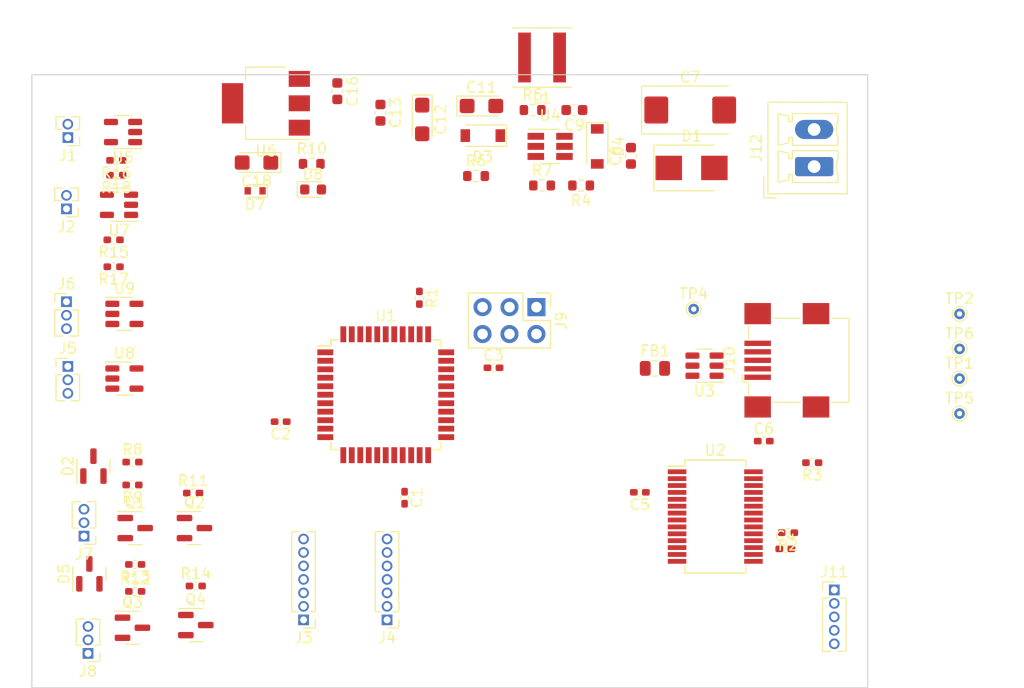
<source format=kicad_pcb>
(kicad_pcb (version 20211014) (generator pcbnew)
  (layers (0 "F.Cu" signal) (31 "B.Cu" signal) (34 "B.Paste" user) (35 "F.Paste" user) (36 "B.SilkS" user "B.Silkscreen") (37 "F.SilkS" user "F.Silkscreen") (38 "B.Mask" user) (39 "F.Mask" user) (44 "Edge.Cuts" user))
  (net 0 "")
  (net 1 "Net-(C4-Pad1)")
  (net 2 "Net-(C6-Pad1)")
  (net 3 "+12V")
  (net 4 "+3.3V")
  (net 5 "+5VP")
  (net 6 "/plug USB power")
  (net 9 "/Optical Flow 1 CS")
  (net 10 "/Optical Flow 1 SCK")
  (net 11 "/Optical Flow 2 CS")
  (net 12 "/Optical Flow 2 SCK")
  (net 13 "/reward_valve_1")
  (net 14 "/reward_valve_2")
  (net 15 "/PDI_DATA")
  (net 18 "/PDI_CLK")
  (net 19 "/harp H1 board Tx")
  (net 20 "Net-(R2-Pad2)")
  (net 23 "/FTDI_TXD")
  (net 25 "/FTDI_RTS")
  (net 26 "/FTDI_RXD")
  (net 30 "/FTDI_CTS")
  (net 34 "/USB D+")
  (net 35 "/USB D-")
  (net 40 "/plug USB D-")
  (net 41 "Net-(Q1-Pad1)")
  (net 42 "Net-(C7-Pad1)")
  (net 43 "Net-(C9-Pad1)")
  (net 44 "Net-(C9-Pad2)")
  (net 45 "+5V")
  (net 46 "+3V3")
  (net 47 "Net-(D3-Pad1)")
  (net 48 "Net-(D8-Pad2)")
  (net 49 "Net-(R4-Pad2)")
  (net 50 "Net-(R6-Pad2)")
  (net 52 "/harp H1 board Rx")
  (net 53 "/harp H1 Clock In")
  (net 54 "/Optical Flow 1 MOSI")
  (net 55 "/Optical Flow 1 MISO")
  (net 56 "/Optical Flow 1 INT")
  (net 57 "/Optical Flow 2 MOSI")
  (net 58 "/Optical Flow 2 MISO")
  (net 59 "/Optical Flow 2 INT")
  (net 62 "/plug USB D+")
  (net 63 "Net-(Q2-Pad3)")
  (net 64 "Net-(Q3-Pad1)")
  (net 65 "/u_reward_valve_1")
  (net 66 "Net-(Q4-Pad3)")
  (net 67 "/u_reward_valve_2")
  (net 69 "GND")
  (net 70 "/u_Cam1_trigger")
  (net 71 "/u_Cam2_trigger")
  (net 77 "/u_Optical Flow 2 CS")
  (net 78 "/u_Optical Flow 2 MOSI")
  (net 79 "/u_Optical Flow 2 MISO")
  (net 80 "/u_Optical Flow 2 SCK")
  (net 81 "/u_Optical Flow 1 INT")
  (net 82 "/u_Optical Flow 2 INT")
  (net 83 "/u_Optical Flow 1 CS")
  (net 84 "/u_Optical Flow 1 MOSI")
  (net 85 "/u_Optical Flow 1 MISO")
  (net 86 "/u_Optical Flow 1 SCK")
  (net 90 "/u_Lick_port_1")
  (net 91 "/u_Lick_port_2")
  (net 95 "/u_Lick_port_")
  (net 96 "VCC")
  (net 97 "Net-(J10-Pad6)")
  (net 98 "/u_harp H1 Clock In")
  (net 99 "/u_harp H1 board Rx")
  (net 100 "/u_harp H1 board Tx")
  (net 101 "/Lick_port_1_in")
  (net 102 "/Lick_port_2_in")
  (net 103 "/reward_valve_1_out")
  (net 104 "/reward_valve_2_ou")
  (net 105 "/Cam1_trigger_out")
  (net 106 "/Cam2_trigger_out")
  (footprint "Capacitor_SMD:C_0603_1608Metric" (layer "F.Cu") (at 144.0255 77.8055 180)
    (fp_text reference "C9" (at 0 -1.43) (layer "F.SilkS"))
    (fp_text value "100n")
    (pad "1" smd roundrect (at -0.775 0 180) (size 0.9 0.95) (layers "F.Cu" "F.Paste" "F.Mask") (net 43 "Net-(C9-Pad1)"))
    (pad "2" smd roundrect (at 0.775 0 180) (size 0.9 0.95) (layers "F.Cu" "F.Paste" "F.Mask") (net 44 "Net-(C9-Pad2)"))
  )
  (footprint "Diode_SMD:D_SOD-123" (layer "F.Cu") (at 146.1845 81.2345 -90)
    (fp_text reference "D4" (at 0 -2 90) (layer "F.SilkS"))
    (fp_text value "BAT42W-V")
    (pad "1" smd rect (at -1.65 0 270) (size 0.9 1.2) (layers "F.Cu" "F.Paste" "F.Mask") (net 43 "Net-(C9-Pad1)"))
    (pad "2" smd rect (at 1.65 0 270) (size 0.9 1.2) (layers "F.Cu" "F.Paste" "F.Mask") (net 69 "GND"))
  )
  (footprint "Package_TO_SOT_SMD:SOT-23" (layer "F.Cu") (at 108.204 117.221)
    (fp_text reference "Q2" (at 0 -2.4) (layer "F.SilkS"))
    (fp_text value "DMN2005K")
    (pad "1" smd roundrect (at -0.9375 -0.95) (size 1.475 0.6) (layers "F.Cu" "F.Paste" "F.Mask") (net 65 "/u_reward_valve_1"))
    (pad "2" smd roundrect (at -0.9375 0.95) (size 1.475 0.6) (layers "F.Cu" "F.Paste" "F.Mask") (net 69 "GND"))
    (pad "3" smd roundrect (at 0.9375 0) (size 1.475 0.6) (layers "F.Cu" "F.Paste" "F.Mask") (net 63 "Net-(Q2-Pad3)"))
  )
  (footprint "Package_TO_SOT_SMD:SOT-23" (layer "F.Cu") (at 102.616 117.221)
    (fp_text reference "Q1" (at 0 -2.4) (layer "F.SilkS"))
    (fp_text value "NDS332P")
    (pad "1" smd roundrect (at -0.9375 -0.95) (size 1.475 0.6) (layers "F.Cu" "F.Paste" "F.Mask") (net 41 "Net-(Q1-Pad1)"))
    (pad "2" smd roundrect (at -0.9375 0.95) (size 1.475 0.6) (layers "F.Cu" "F.Paste" "F.Mask") (net 3 "+12V"))
    (pad "3" smd roundrect (at 0.9375 0) (size 1.475 0.6) (layers "F.Cu" "F.Paste" "F.Mask") (net 13 "/reward_valve_1"))
  )
  (footprint "TestPoint:TestPoint_THTPad_D1.0mm_Drill0.5mm" (layer "F.Cu") (at 180.34 106.426)
    (fp_text reference "TP5" (at 0 -1.448) (layer "F.SilkS"))
    (fp_text value "TestPoint_Probe")
    (pad "1" thru_hole circle (at 0 0) (size 1 1) (drill 0.5) (layers *.Cu *.Mask) (net 69 "GND"))
  )
  (footprint "Package_TO_SOT_SMD:SOT-23" (layer "F.Cu") (at 98.679 111.379 90)
    (fp_text reference "D2" (at 0 -2.4 90) (layer "F.SilkS"))
    (fp_text value "BZX84C51-7-F")
    (pad "1" smd roundrect (at -0.9375 -0.95 90) (size 1.475 0.6) (layers "F.Cu" "F.Paste" "F.Mask") (net 13 "/reward_valve_1"))
    (pad "2" smd roundrect (at -0.9375 0.95 90) (size 1.475 0.6) (layers "F.Cu" "F.Paste" "F.Mask"))
    (pad "3" smd roundrect (at 0.9375 0 90) (size 1.475 0.6) (layers "F.Cu" "F.Paste" "F.Mask") (net 69 "GND"))
  )
  (footprint "Package_TO_SOT_SMD:SOT-23-6_Handsoldering" (layer "F.Cu") (at 141.7395 81.2345)
    (fp_text reference "U4" (at 0 -2.9) (layer "F.SilkS"))
    (fp_text value "MCP16301")
    (pad "1" smd rect (at -1.35 -0.95) (size 1.56 0.65) (layers "F.Cu" "F.Paste" "F.Mask") (net 47 "Net-(D3-Pad1)"))
    (pad "2" smd rect (at -1.35 0) (size 1.56 0.65) (layers "F.Cu" "F.Paste" "F.Mask") (net 69 "GND"))
    (pad "3" smd rect (at -1.35 0.95) (size 1.56 0.65) (layers "F.Cu" "F.Paste" "F.Mask") (net 50 "Net-(R6-Pad2)"))
    (pad "4" smd rect (at 1.35 0.95) (size 1.56 0.65) (layers "F.Cu" "F.Paste" "F.Mask") (net 49 "Net-(R4-Pad2)"))
    (pad "5" smd rect (at 1.35 0) (size 1.56 0.65) (layers "F.Cu" "F.Paste" "F.Mask") (net 42 "Net-(C7-Pad1)"))
    (pad "6" smd rect (at 1.35 -0.95) (size 1.56 0.65) (layers "F.Cu" "F.Paste" "F.Mask") (net 43 "Net-(C9-Pad1)"))
  )
  (footprint "Package_TO_SOT_SMD:SOT-23" (layer "F.Cu") (at 102.362 126.619)
    (fp_text reference "Q3" (at 0 -2.4) (layer "F.SilkS"))
    (fp_text value "NDS332P")
    (pad "1" smd roundrect (at -0.9375 -0.95) (size 1.475 0.6) (layers "F.Cu" "F.Paste" "F.Mask") (net 64 "Net-(Q3-Pad1)"))
    (pad "2" smd roundrect (at -0.9375 0.95) (size 1.475 0.6) (layers "F.Cu" "F.Paste" "F.Mask") (net 3 "+12V"))
    (pad "3" smd roundrect (at 0.9375 0) (size 1.475 0.6) (layers "F.Cu" "F.Paste" "F.Mask") (net 14 "/reward_valve_2"))
  )
  (footprint "Capacitor_Tantalum_SMD:CP_EIA-3216-18_Kemet-A" (layer "F.Cu") (at 129.6745 78.6945 -90)
    (fp_text reference "C12" (at 0 -1.75 90) (layer "F.SilkS"))
    (fp_text value "10u 10V")
    (pad "1" smd roundrect (at -1.35 0 270) (size 1.4 1.35) (layers "F.Cu" "F.Paste" "F.Mask") (roundrect_rratio 0.185185) (net 45 "+5V"))
    (pad "2" smd roundrect (at 1.35 0 270) (size 1.4 1.35) (layers "F.Cu" "F.Paste" "F.Mask") (roundrect_rratio 0.185185) (net 69 "GND"))
  )
  (footprint "Capacitor_Tantalum_SMD:CP_EIA-3216-18_Kemet-A" (layer "F.Cu") (at 135.2625 77.4245)
    (fp_text reference "C11" (at 0 -1.75) (layer "F.SilkS"))
    (fp_text value "10u 10V")
    (pad "1" smd roundrect (at -1.35 0) (size 1.4 1.35) (layers "F.Cu" "F.Paste" "F.Mask") (roundrect_rratio 0.185185) (net 45 "+5V"))
    (pad "2" smd roundrect (at 1.35 0) (size 1.4 1.35) (layers "F.Cu" "F.Paste" "F.Mask") (roundrect_rratio 0.185185) (net 69 "GND"))
  )
  (footprint "Resistor_SMD:R_0402_1005Metric_Pad0.72x0.64mm_HandSolder" (layer "F.Cu") (at 164.167 117.658 180)
    (fp_text reference "R2" (at 0 -1.17) (layer "F.SilkS"))
    (fp_text value "10k")
    (pad "1" smd roundrect (at -0.5975 0 180) (size 0.715 0.64) (layers "F.Cu" "F.Paste" "F.Mask") (net 4 "+3.3V"))
    (pad "2" smd roundrect (at 0.5975 0 180) (size 0.715 0.64) (layers "F.Cu" "F.Paste" "F.Mask") (net 20 "Net-(R2-Pad2)"))
  )
  (footprint "Connector_PinHeader_1.27mm:PinHeader_1x03_P1.27mm_Vertical" (layer "F.Cu") (at 96.139 95.88)
    (fp_text reference "J6" (at 0 -1.695) (layer "F.SilkS"))
    (fp_text value "Lick_port_2")
    (pad "1" thru_hole rect (at 0 0) (size 1 1) (drill 0.65) (layers *.Cu *.Mask) (net 4 "+3.3V"))
    (pad "2" thru_hole oval (at 0 1.27) (size 1 1) (drill 0.65) (layers *.Cu *.Mask) (net 102 "/Lick_port_2_in"))
    (pad "3" thru_hole oval (at 0 2.54) (size 1 1) (drill 0.65) (layers *.Cu *.Mask) (net 69 "GND"))
  )
  (footprint "Package_TO_SOT_SMD:SOT-23-5" (layer "F.Cu") (at 101.6 97.028)
    (fp_text reference "U9" (at 0 -2.4) (layer "F.SilkS"))
    (fp_text value "74LVC1G07")
    (pad "1" smd roundrect (at -1.1375 -0.95) (size 1.325 0.6) (layers "F.Cu" "F.Paste" "F.Mask"))
    (pad "2" smd roundrect (at -1.1375 0) (size 1.325 0.6) (layers "F.Cu" "F.Paste" "F.Mask") (net 102 "/Lick_port_2_in"))
    (pad "3" smd roundrect (at -1.1375 0.95) (size 1.325 0.6) (layers "F.Cu" "F.Paste" "F.Mask") (net 69 "GND"))
    (pad "4" smd roundrect (at 1.1375 0.95) (size 1.325 0.6) (layers "F.Cu" "F.Paste" "F.Mask") (net 91 "/u_Lick_port_2"))
    (pad "5" smd roundrect (at 1.1375 -0.95) (size 1.325 0.6) (layers "F.Cu" "F.Paste" "F.Mask") (net 96 "VCC"))
  )
  (footprint "TestPoint:TestPoint_THTPad_D1.0mm_Drill0.5mm" (layer "F.Cu") (at 180.34 100.33)
    (fp_text reference "TP6" (at 0 -1.448) (layer "F.SilkS"))
    (fp_text value "TestPoint_Probe")
    (pad "1" thru_hole circle (at 0 0) (size 1 1) (drill 0.5) (layers *.Cu *.Mask) (net 69 "GND"))
  )
  (footprint "Connector_PinHeader_1.27mm:PinHeader_1x03_P1.27mm_Vertical" (layer "F.Cu") (at 96.266 101.976)
    (fp_text reference "J5" (at 0 -1.695) (layer "F.SilkS"))
    (fp_text value "Lick_port_1")
    (pad "1" thru_hole rect (at 0 0) (size 1 1) (drill 0.65) (layers *.Cu *.Mask) (net 4 "+3.3V"))
    (pad "2" thru_hole oval (at 0 1.27) (size 1 1) (drill 0.65) (layers *.Cu *.Mask) (net 101 "/Lick_port_1_in"))
    (pad "3" thru_hole oval (at 0 2.54) (size 1 1) (drill 0.65) (layers *.Cu *.Mask) (net 69 "GND"))
  )
  (footprint "Resistor_SMD:R_0603_1608Metric" (layer "F.Cu") (at 134.7545 84.0285)
    (fp_text reference "R6" (at 0 -1.43) (layer "F.SilkS"))
    (fp_text value "52.3k")
    (pad "1" smd roundrect (at -0.825 0) (size 0.8 0.95) (layers "F.Cu" "F.Paste" "F.Mask") (net 45 "+5V"))
    (pad "2" smd roundrect (at 0.825 0) (size 0.8 0.95) (layers "F.Cu" "F.Paste" "F.Mask") (net 50 "Net-(R6-Pad2)"))
  )
  (footprint "Connector_PinHeader_1.27mm:PinHeader_1x02_P1.27mm_Vertical" (layer "F.Cu") (at 96.139 87.122 180)
    (fp_text reference "J2" (at 0 -1.695) (layer "F.SilkS"))
    (fp_text value "Camera2_trigger")
    (pad "1" thru_hole rect (at 0 0 180) (size 1 1) (drill 0.65) (layers *.Cu *.Mask) (net 69 "GND"))
    (pad "2" thru_hole oval (at 0 1.27 180) (size 1 1) (drill 0.65) (layers *.Cu *.Mask) (net 106 "/Cam2_trigger_out"))
  )
  (footprint "Resistor_SMD:R_0805_2012Metric" (layer "F.Cu") (at 151.6175 102.164)
    (fp_text reference "FB1" (at 0 -1.65) (layer "F.SilkS"))
    (fp_text value "40R@100MHz")
    (pad "1" smd roundrect (at -0.9125 0) (size 1.025 1.4) (layers "F.Cu" "F.Paste" "F.Mask") (roundrect_rratio 0.243902) (net 5 "+5VP"))
    (pad "2" smd roundrect (at 0.9125 0) (size 1.025 1.4) (layers "F.Cu" "F.Paste" "F.Mask") (roundrect_rratio 0.243902) (net 6 "/plug USB power"))
  )
  (footprint "Resistor_SMD:R_0402_1005Metric_Pad0.72x0.64mm_HandSolder" (layer "F.Cu") (at 166.453 111.054 180)
    (fp_text reference "R3" (at 0 -1.17) (layer "F.SilkS"))
    (fp_text value "1M")
    (pad "1" smd roundrect (at -0.5975 0 180) (size 0.715 0.64) (layers "F.Cu" "F.Paste" "F.Mask") (net 97 "Net-(J10-Pad6)"))
    (pad "2" smd roundrect (at 0.5975 0 180) (size 0.715 0.64) (layers "F.Cu" "F.Paste" "F.Mask") (net 69 "GND"))
  )
  (footprint "Connector_Phoenix_MC:PhoenixContact_MCV_1,5_2-G-3.5_1x02_P3.50mm_Vertical" (layer "F.Cu") (at 166.6315 83.1395 90)
    (fp_text reference "J12" (at 1.75 -5.45 90) (layer "F.SilkS"))
    (fp_text value "PowerIn")
    (pad "1" thru_hole roundrect (at 0 0 90) (size 1.8 3.6) (drill 1.2) (layers *.Cu *.Mask) (roundrect_rratio 0.138889) (net 3 "+12V"))
    (pad "2" thru_hole oval (at 3.5 0 90) (size 1.8 3.6) (drill 1.2) (layers *.Cu *.Mask) (net 69 "GND"))
  )
  (footprint "Connector_PinHeader_1.27mm:PinHeader_1x03_P1.27mm_Vertical" (layer "F.Cu") (at 97.79 117.983 180)
    (fp_text reference "J7" (at 0 -1.695) (layer "F.SilkS"))
    (fp_text value "reward valve 1")
    (pad "1" thru_hole rect (at 0 0 180) (size 1 1) (drill 0.65) (layers *.Cu *.Mask) (net 69 "GND"))
    (pad "2" thru_hole oval (at 0 1.27 180) (size 1 1) (drill 0.65) (layers *.Cu *.Mask))
    (pad "3" thru_hole oval (at 0 2.54 180) (size 1 1) (drill 0.65) (layers *.Cu *.Mask) (net 103 "/reward_valve_1_out"))
  )
  (footprint "Resistor_SMD:R_0402_1005Metric_Pad0.72x0.64mm_HandSolder" (layer "F.Cu") (at 100.584 92.583 180)
    (fp_text reference "R17" (at 0 -1.17) (layer "F.SilkS"))
    (fp_text value "DNI 0R")
    (pad "1" smd roundrect (at -0.5975 0 180) (size 0.715 0.64) (layers "F.Cu" "F.Paste" "F.Mask") (net 4 "+3.3V"))
    (pad "2" smd roundrect (at 0.5975 0 180) (size 0.715 0.64) (layers "F.Cu" "F.Paste" "F.Mask") (net 96 "VCC"))
  )
  (footprint "TestPoint:TestPoint_THTPad_D1.0mm_Drill0.5mm" (layer "F.Cu") (at 155.277 96.576)
    (fp_text reference "TP4" (at 0 -1.448) (layer "F.SilkS"))
    (fp_text value "TestPoint_Probe")
    (pad "1" thru_hole circle (at 0 0) (size 1 1) (drill 0.5) (layers *.Cu *.Mask) (net 69 "GND"))
  )
  (footprint "TestPoint:TestPoint_THTPad_D1.0mm_Drill0.5mm" (layer "F.Cu") (at 180.34 97.028)
    (fp_text reference "TP2" (at 0 -1.448) (layer "F.SilkS"))
    (fp_text value "TestPoint_Probe")
    (pad "1" thru_hole circle (at 0 0) (size 1 1) (drill 0.5) (layers *.Cu *.Mask) (net 46 "+3V3"))
  )
  (footprint "Capacitor_SMD:C_0402_1005Metric_Pad0.74x0.62mm_HandSolder" (layer "F.Cu") (at 163.913 119.182)
    (fp_text reference "C4" (at 0 -1.16) (layer "F.SilkS"))
    (fp_text value "100n")
    (pad "1" smd roundrect (at -0.5675 0) (size 0.735 0.62) (layers "F.Cu" "F.Paste" "F.Mask") (net 1 "Net-(C4-Pad1)"))
    (pad "2" smd roundrect (at 0.5675 0) (size 0.735 0.62) (layers "F.Cu" "F.Paste" "F.Mask") (net 69 "GND"))
  )
  (footprint "Capacitor_SMD:C_0603_1608Metric" (layer "F.Cu") (at 125.7375 78.0595 -90)
    (fp_text reference "C13" (at 0 -1.43 90) (layer "F.SilkS"))
    (fp_text value "100n")
    (pad "1" smd roundrect (at -0.775 0 270) (size 0.9 0.95) (layers "F.Cu" "F.Paste" "F.Mask") (net 45 "+5V"))
    (pad "2" smd roundrect (at 0.775 0 270) (size 0.9 0.95) (layers "F.Cu" "F.Paste" "F.Mask") (net 69 "GND"))
  )
  (footprint "Package_TO_SOT_SMD:SOT-23-5" (layer "F.Cu") (at 101.6 103.124)
    (fp_text reference "U8" (at 0 -2.4) (layer "F.SilkS"))
    (fp_text value "74LVC1G07")
    (pad "1" smd roundrect (at -1.1375 -0.95) (size 1.325 0.6) (layers "F.Cu" "F.Paste" "F.Mask"))
    (pad "2" smd roundrect (at -1.1375 0) (size 1.325 0.6) (layers "F.Cu" "F.Paste" "F.Mask") (net 101 "/Lick_port_1_in"))
    (pad "3" smd roundrect (at -1.1375 0.95) (size 1.325 0.6) (layers "F.Cu" "F.Paste" "F.Mask") (net 69 "GND"))
    (pad "4" smd roundrect (at 1.1375 0.95) (size 1.325 0.6) (layers "F.Cu" "F.Paste" "F.Mask") (net 95 "/u_Lick_port_"))
    (pad "5" smd roundrect (at 1.1375 -0.95) (size 1.325 0.6) (layers "F.Cu" "F.Paste" "F.Mask") (net 96 "VCC"))
  )
  (footprint "Package_TO_SOT_SMD:SOT-23" (layer "F.Cu") (at 98.298 121.539 90)
    (fp_text reference "D5" (at 0 -2.4 90) (layer "F.SilkS"))
    (fp_text value "BZX84C51-7-F")
    (pad "1" smd roundrect (at -0.9375 -0.95 90) (size 1.475 0.6) (layers "F.Cu" "F.Paste" "F.Mask") (net 14 "/reward_valve_2"))
    (pad "2" smd roundrect (at -0.9375 0.95 90) (size 1.475 0.6) (layers "F.Cu" "F.Paste" "F.Mask"))
    (pad "3" smd roundrect (at 0.9375 0 90) (size 1.475 0.6) (layers "F.Cu" "F.Paste" "F.Mask") (net 69 "GND"))
  )
  (footprint "Package_TO_SOT_SMD:SOT-223-3_TabPin2" (layer "F.Cu") (at 114.9425 77.1705 180)
    (fp_text reference "U6" (at 0 -4.5) (layer "F.SilkS"))
    (fp_text value "LD1117S33TR")
    (pad "1" smd rect (at -3.15 -2.3 180) (size 2 1.5) (layers "F.Cu" "F.Paste" "F.Mask") (net 69 "GND"))
    (pad "2" smd rect (at -3.15 0 180) (size 2 1.5) (layers "F.Cu" "F.Paste" "F.Mask") (net 46 "+3V3"))
    (pad "2" smd rect (at 3.15 0 180) (size 2 3.8) (layers "F.Cu" "F.Paste" "F.Mask") (net 46 "+3V3"))
    (pad "3" smd rect (at -3.15 2.3 180) (size 2 1.5) (layers "F.Cu" "F.Paste" "F.Mask") (net 45 "+5V"))
  )
  (footprint "Package_TO_SOT_SMD:SOT-23" (layer "F.Cu") (at 108.331 126.365)
    (fp_text reference "Q4" (at 0 -2.4) (layer "F.SilkS"))
    (fp_text value "DMN2005K")
    (pad "1" smd roundrect (at -0.9375 -0.95) (size 1.475 0.6) (layers "F.Cu" "F.Paste" "F.Mask") (net 67 "/u_reward_valve_2"))
    (pad "2" smd roundrect (at -0.9375 0.95) (size 1.475 0.6) (layers "F.Cu" "F.Paste" "F.Mask") (net 69 "GND"))
    (pad "3" smd roundrect (at 0.9375 0) (size 1.475 0.6) (layers "F.Cu" "F.Paste" "F.Mask") (net 66 "Net-(Q4-Pad3)"))
  )
  (footprint "Capacitor_SMD:C_0402_1005Metric_Pad0.74x0.62mm_HandSolder" (layer "F.Cu") (at 161.881 109.022)
    (fp_text reference "C6" (at 0 -1.16) (layer "F.SilkS"))
    (fp_text value "4.7nF")
    (pad "1" smd roundrect (at -0.5675 0) (size 0.735 0.62) (layers "F.Cu" "F.Paste" "F.Mask") (net 2 "Net-(C6-Pad1)"))
    (pad "2" smd roundrect (at 0.5675 0) (size 0.735 0.62) (layers "F.Cu" "F.Paste" "F.Mask") (net 69 "GND"))
  )
  (footprint "TestPoint:TestPoint_THTPad_D1.0mm_Drill0.5mm" (layer "F.Cu") (at 180.34 103.124)
    (fp_text reference "TP1" (at 0 -1.448) (layer "F.SilkS"))
    (fp_text value "TestPoint_Probe")
    (pad "1" thru_hole circle (at 0 0) (size 1 1) (drill 0.5) (layers *.Cu *.Mask) (net 45 "+5V"))
  )
  (footprint "Resistor_SMD:R_0402_1005Metric_Pad0.72x0.64mm_HandSolder" (layer "F.Cu") (at 108.331 122.682)
    (fp_text reference "R14" (at 0 -1.17) (layer "F.SilkS"))
    (fp_text value "4k7")
    (pad "1" smd roundrect (at -0.5975 0) (size 0.715 0.64) (layers "F.Cu" "F.Paste" "F.Mask") (net 67 "/u_reward_valve_2"))
    (pad "2" smd roundrect (at 0.5975 0) (size 0.715 0.64) (layers "F.Cu" "F.Paste" "F.Mask") (net 69 "GND"))
  )
  (footprint "Capacitor_SMD:C_0402_1005Metric_Pad0.74x0.62mm_HandSolder" (layer "F.Cu") (at 150.197 113.848 180)
    (fp_text reference "C5" (at 0 -1.16) (layer "F.SilkS"))
    (fp_text value "100n")
    (pad "1" smd roundrect (at -0.5675 0 180) (size 0.735 0.62) (layers "F.Cu" "F.Paste" "F.Mask") (net 4 "+3.3V"))
    (pad "2" smd roundrect (at 0.5675 0 180) (size 0.735 0.62) (layers "F.Cu" "F.Paste" "F.Mask") (net 69 "GND"))
  )
  (footprint "Resistor_SMD:R_0402_1005Metric_Pad0.72x0.64mm_HandSolder" (layer "F.Cu") (at 102.362 113.157 180)
    (fp_text reference "R9" (at 0 -1.17) (layer "F.SilkS"))
    (fp_text value "1k")
    (pad "1" smd roundrect (at -0.5975 0 180) (size 0.715 0.64) (layers "F.Cu" "F.Paste" "F.Mask") (net 3 "+12V"))
    (pad "2" smd roundrect (at 0.5975 0 180) (size 0.715 0.64) (layers "F.Cu" "F.Paste" "F.Mask") (net 41 "Net-(Q1-Pad1)"))
  )
  (footprint "Capacitor_SMD:C_0603_1608Metric" (layer "F.Cu") (at 149.3595 82.1235 90)
    (fp_text reference "C8" (at 0 -1.43 90) (layer "F.SilkS"))
    (fp_text value "100n")
    (pad "1" smd roundrect (at -0.775 0 90) (size 0.9 0.95) (layers "F.Cu" "F.Paste" "F.Mask") (net 42 "Net-(C7-Pad1)"))
    (pad "2" smd roundrect (at 0.775 0 90) (size 0.9 0.95) (layers "F.Cu" "F.Paste" "F.Mask") (net 69 "GND"))
  )
  (footprint "Resistor_SMD:R_0402_1005Metric_Pad0.72x0.64mm_HandSolder" (layer "F.Cu") (at 102.616 123.19)
    (fp_text reference "R12" (at 0 -1.17) (layer "F.SilkS"))
    (fp_text value "470")
    (pad "1" smd roundrect (at -0.5975 0) (size 0.715 0.64) (layers "F.Cu" "F.Paste" "F.Mask") (net 64 "Net-(Q3-Pad1)"))
    (pad "2" smd roundrect (at 0.5975 0) (size 0.715 0.64) (layers "F.Cu" "F.Paste" "F.Mask") (net 66 "Net-(Q4-Pad3)"))
  )
  (footprint "Connector_PinHeader_2.54mm:PinHeader_2x03_P2.54mm_Vertical" (layer "F.Cu") (at 140.447 96.388 -90)
    (fp_text reference "J9" (at 1.27 -2.33 90) (layer "F.SilkS"))
    (fp_text value "Conn_02x03_Odd_Even")
    (pad "1" thru_hole rect (at 0 0 270) (size 1.7 1.7) (drill 1) (layers *.Cu *.Mask) (net 15 "/PDI_DATA"))
    (pad "2" thru_hole oval (at 2.54 0 270) (size 1.7 1.7) (drill 1) (layers *.Cu *.Mask) (net 4 "+3.3V"))
    (pad "3" thru_hole oval (at 0 2.54 270) (size 1.7 1.7) (drill 1) (layers *.Cu *.Mask))
    (pad "4" thru_hole oval (at 2.54 2.54 270) (size 1.7 1.7) (drill 1) (layers *.Cu *.Mask))
    (pad "5" thru_hole oval (at 0 5.08 270) (size 1.7 1.7) (drill 1) (layers *.Cu *.Mask) (net 18 "/PDI_CLK"))
    (pad "6" thru_hole oval (at 2.54 5.08 270) (size 1.7 1.7) (drill 1) (layers *.Cu *.Mask) (net 69 "GND"))
  )
  (footprint "Inductor_SMD:L_Coilcraft_XAL5030" (layer "F.Cu") (at 140.9775 72.8525 180)
    (fp_text reference "L1" (at 0 -3.81) (layer "F.SilkS"))
    (fp_text value "22uL")
    (pad "1" smd rect (at -1.655 0 180) (size 1.2 4.7) (layers "F.Cu" "F.Paste" "F.Mask") (net 43 "Net-(C9-Pad1)"))
    (pad "2" smd rect (at 1.655 0 180) (size 1.2 4.7) (layers "F.Cu" "F.Paste" "F.Mask") (net 45 "+5V"))
  )
  (footprint "Resistor_SMD:R_0402_1005Metric_Pad0.72x0.64mm_HandSolder" (layer "F.Cu") (at 108.077 113.919)
    (fp_text reference "R11" (at 0 -1.17) (layer "F.SilkS"))
    (fp_text value "4k7")
    (pad "1" smd roundrect (at -0.5975 0) (size 0.715 0.64) (layers "F.Cu" "F.Paste" "F.Mask") (net 65 "/u_reward_valve_1"))
    (pad "2" smd roundrect (at 0.5975 0) (size 0.715 0.64) (layers "F.Cu" "F.Paste" "F.Mask") (net 69 "GND"))
  )
  (footprint "Package_QFP:TQFP-44_10x10mm_P0.8mm" (layer "F.Cu") (at 126.238 104.648)
    (fp_text reference "U1" (at 0 -7.45) (layer "F.SilkS"))
    (fp_text value "ATxmega32A4U-A")
    (pad "1" smd rect (at -5.7 -4) (size 1.5 0.55) (layers "F.Cu" "F.Paste" "F.Mask"))
    (pad "2" smd rect (at -5.7 -3.2) (size 1.5 0.55) (layers "F.Cu" "F.Paste" "F.Mask") (net 65 "/u_reward_valve_1"))
    (pad "3" smd rect (at -5.7 -2.4) (size 1.5 0.55) (layers "F.Cu" "F.Paste" "F.Mask") (net 67 "/u_reward_valve_2"))
    (pad "4" smd rect (at -5.7 -1.6) (size 1.5 0.55) (layers "F.Cu" "F.Paste" "F.Mask") (net 70 "/u_Cam1_trigger"))
    (pad "5" smd rect (at -5.7 -0.8) (size 1.5 0.55) (layers "F.Cu" "F.Paste" "F.Mask") (net 71 "/u_Cam2_trigger"))
    (pad "6" smd rect (at -5.7 0) (size 1.5 0.55) (layers "F.Cu" "F.Paste" "F.Mask"))
    (pad "7" smd rect (at -5.7 0.8) (size 1.5 0.55) (layers "F.Cu" "F.Paste" "F.Mask") (net 98 "/u_harp H1 Clock In"))
    (pad "8" smd rect (at -5.7 1.6) (size 1.5 0.55) (layers "F.Cu" "F.Paste" "F.Mask") (net 69 "GND"))
    (pad "9" smd rect (at -5.7 2.4) (size 1.5 0.55) (layers "F.Cu" "F.Paste" "F.Mask") (net 4 "+3.3V"))
    (pad "10" smd rect (at -5.7 3.2) (size 1.5 0.55) (layers "F.Cu" "F.Paste" "F.Mask"))
    (pad "11" smd rect (at -5.7 4) (size 1.5 0.55) (layers "F.Cu" "F.Paste" "F.Mask"))
    (pad "12" smd rect (at -4 5.7 90) (size 1.5 0.55) (layers "F.Cu" "F.Paste" "F.Mask"))
    (pad "13" smd rect (at -3.2 5.7 90) (size 1.5 0.55) (layers "F.Cu" "F.Paste" "F.Mask"))
    (pad "14" smd rect (at -2.4 5.7 90) (size 1.5 0.55) (layers "F.Cu" "F.Paste" "F.Mask") (net 77 "/u_Optical Flow 2 CS"))
    (pad "15" smd rect (at -1.6 5.7 90) (size 1.5 0.55) (layers "F.Cu" "F.Paste" "F.Mask") (net 78 "/u_Optical Flow 2 MOSI"))
    (pad "16" smd rect (at -0.8 5.7 90) (size 1.5 0.55) (layers "F.Cu" "F.Paste" "F.Mask") (net 79 "/u_Optical Flow 2 MISO"))
    (pad "17" smd rect (at 0 5.7 90) (size 1.5 0.55) (layers "F.Cu" "F.Paste" "F.Mask") (net 80 "/u_Optical Flow 2 SCK"))
    (pad "18" smd rect (at 0.8 5.7 90) (size 1.5 0.55) (layers "F.Cu" "F.Paste" "F.Mask") (net 69 "GND"))
    (pad "19" smd rect (at 1.6 5.7 90) (size 1.5 0.55) (layers "F.Cu" "F.Paste" "F.Mask") (net 4 "+3.3V"))
    (pad "20" smd rect (at 2.4 5.7 90) (size 1.5 0.55) (layers "F.Cu" "F.Paste" "F.Mask") (net 81 "/u_Optical Flow 1 INT"))
    (pad "21" smd rect (at 3.2 5.7 90) (size 1.5 0.55) (layers "F.Cu" "F.Paste" "F.Mask") (net 82 "/u_Optical Flow 2 INT"))
    (pad "22" smd rect (at 4 5.7 90) (size 1.5 0.55) (layers "F.Cu" "F.Paste" "F.Mask") (net 99 "/u_harp H1 board Rx"))
    (pad "23" smd rect (at 5.7 4) (size 1.5 0.55) (layers "F.Cu" "F.Paste" "F.Mask") (net 100 "/u_harp H1 board Tx"))
    (pad "24" smd rect (at 5.7 3.2) (size 1.5 0.55) (layers "F.Cu" "F.Paste" "F.Mask") (net 83 "/u_Optical Flow 1 CS"))
    (pad "25" smd rect (at 5.7 2.4) (size 1.5 0.55) (layers "F.Cu" "F.Paste" "F.Mask") (net 84 "/u_Optical Flow 1 MOSI"))
    (pad "26" smd rect (at 5.7 1.6) (size 1.5 0.55) (layers "F.Cu" "F.Paste" "F.Mask") (net 85 "/u_Optical Flow 1 MISO"))
    (pad "27" smd rect (at 5.7 0.8) (size 1.5 0.55) (layers "F.Cu" "F.Paste" "F.Mask") (net 86 "/u_Optical Flow 1 SCK"))
    (pad "28" smd rect (at 5.7 0) (size 1.5 0.55) (layers "F.Cu" "F.Paste" "F.Mask") (net 30 "/FTDI_CTS"))
    (pad "29" smd rect (at 5.7 -0.8) (size 1.5 0.55) (layers "F.Cu" "F.Paste" "F.Mask") (net 25 "/FTDI_RTS"))
    (pad "30" smd rect (at 5.7 -1.6) (size 1.5 0.55) (layers "F.Cu" "F.Paste" "F.Mask") (net 69 "GND"))
    (pad "31" smd rect (at 5.7 -2.4) (size 1.5 0.55) (layers "F.Cu" "F.Paste" "F.Mask") (net 4 "+3.3V"))
    (pad "32" smd rect (at 5.7 -3.2) (size 1.5 0.55) (layers "F.Cu" "F.Paste" "F.Mask") (net 23 "/FTDI_TXD"))
    (pad "33" smd rect (at 5.7 -4) (size 1.5 0.55) (layers "F.Cu" "F.Paste" "F.Mask") (net 26 "/FTDI_RXD"))
    (pad "34" smd rect (at 4 -5.7 90) (size 1.5 0.55) (layers "F.Cu" "F.Paste" "F.Mask") (net 15 "/PDI_DATA"))
    (pad "35" smd rect (at 3.2 -5.7 90) (size 1.5 0.55) (layers "F.Cu" "F.Paste" "F.Mask") (net 18 "/PDI_CLK"))
    (pad "36" smd rect (at 2.4 -5.7 90) (size 1.5 0.55) (layers "F.Cu" "F.Paste" "F.Mask"))
    (pad "37" smd rect (at 1.6 -5.7 90) (size 1.5 0.55) (layers "F.Cu" "F.Paste" "F.Mask"))
    (pad "38" smd rect (at 0.8 -5.7 90) (size 1.5 0.55) (layers "F.Cu" "F.Paste" "F.Mask") (net 69 "GND"))
    (pad "39" smd rect (at 0 -5.7 90) (size 1.5 0.55) (layers "F.Cu" "F.Paste" "F.Mask"))
    (pad "40" smd rect (at -0.8 -5.7 90) (size 1.5 0.55) (layers "F.Cu" "F.Paste" "F.Mask") (net 90 "/u_Lick_port_1"))
    (pad "41" smd rect (at -1.6 -5.7 90) (size 1.5 0.55) (layers "F.Cu" "F.Paste" "F.Mask") (net 91 "/u_Lick_port_2"))
    (pad "42" smd rect (at -2.4 -5.7 90) (size 1.5 0.55) (layers "F.Cu" "F.Paste" "F.Mask"))
    (pad "43" smd rect (at -3.2 -5.7 90) (size 1.5 0.55) (layers "F.Cu" "F.Paste" "F.Mask"))
    (pad "44" smd rect (at -4 -5.7 90) (size 1.5 0.55) (layers "F.Cu" "F.Paste" "F.Mask"))
  )
  (footprint "Resistor_SMD:R_0402_1005Metric_Pad0.72x0.64mm_HandSolder" (layer "F.Cu") (at 100.838 83.947 180)
    (fp_text reference "R18" (at 0 -1.17) (layer "F.SilkS"))
    (fp_text value "DNI 0R")
    (pad "1" smd roundrect (at -0.5975 0 180) (size 0.715 0.64) (layers "F.Cu" "F.Paste" "F.Mask") (net 4 "+3.3V"))
    (pad "2" smd roundrect (at 0.5975 0 180) (size 0.715 0.64) (layers "F.Cu" "F.Paste" "F.Mask") (net 96 "VCC"))
  )
  (footprint "Connector_PinHeader_1.27mm:PinHeader_1x02_P1.27mm_Vertical" (layer "F.Cu") (at 96.266 80.406 180)
    (fp_text reference "J1" (at 0 -1.695) (layer "F.SilkS"))
    (fp_text value "Camera1_trigger")
    (pad "1" thru_hole rect (at 0 0 180) (size 1 1) (drill 0.65) (layers *.Cu *.Mask) (net 69 "GND"))
    (pad "2" thru_hole oval (at 0 1.27 180) (size 1 1) (drill 0.65) (layers *.Cu *.Mask) (net 105 "/Cam1_trigger_out"))
  )
  (footprint "Capacitor_Tantalum_SMD:CP_EIA-3216-18_Kemet-A" (layer "F.Cu") (at 114.0535 82.7585 180)
    (fp_text reference "C18" (at 0 -1.75) (layer "F.SilkS"))
    (fp_text value "10u 10V")
    (pad "1" smd roundrect (at -1.35 0 180) (size 1.4 1.35) (layers "F.Cu" "F.Paste" "F.Mask") (roundrect_rratio 0.185185) (net 46 "+3V3"))
    (pad "2" smd roundrect (at 1.35 0 180) (size 1.4 1.35) (layers "F.Cu" "F.Paste" "F.Mask") (roundrect_rratio 0.185185) (net 69 "GND"))
  )
  (footprint "Capacitor_SMD:C_0402_1005Metric_Pad0.74x0.62mm_HandSolder" (layer "F.Cu") (at 116.332 107.188 180)
    (fp_text reference "C2" (at 0 -1.16) (layer "F.SilkS"))
    (fp_text value "100n")
    (pad "1" smd roundrect (at -0.5675 0 180) (size 0.735 0.62) (layers "F.Cu" "F.Paste" "F.Mask") (net 4 "+3.3V"))
    (pad "2" smd roundrect (at 0.5675 0 180) (size 0.735 0.62) (layers "F.Cu" "F.Paste" "F.Mask") (net 69 "GND"))
  )
  (footprint "Connector_PinHeader_1.27mm:PinHeader_1x07_P1.27mm_Vertical" (layer "F.Cu") (at 118.491 125.872 180)
    (fp_text reference "J3" (at 0 -1.695) (layer "F.SilkS"))
    (fp_text value "Optical flow 1")
    (pad "1" thru_hole rect (at 0 0 180) (size 1 1) (drill 0.65) (layers *.Cu *.Mask) (net 4 "+3.3V"))
    (pad "2" thru_hole oval (at 0 1.27 180) (size 1 1) (drill 0.65) (layers *.Cu *.Mask) (net 9 "/Optical Flow 1 CS"))
    (pad "3" thru_hole oval (at 0 2.54 180) (size 1 1) (drill 0.65) (layers *.Cu *.Mask) (net 10 "/Optical Flow 1 SCK"))
    (pad "4" thru_hole oval (at 0 3.81 180) (size 1 1) (drill 0.65) (layers *.Cu *.Mask) (net 54 "/Optical Flow 1 MOSI"))
    (pad "5" thru_hole oval (at 0 5.08 180) (size 1 1) (drill 0.65) (layers *.Cu *.Mask) (net 55 "/Optical Flow 1 MISO"))
    (pad "6" thru_hole oval (at 0 6.35 180) (size 1 1) (drill 0.65) (layers *.Cu *.Mask) (net 56 "/Optical Flow 1 INT"))
    (pad "7" thru_hole oval (at 0 7.62 180) (size 1 1) (drill 0.65) (layers *.Cu *.Mask) (net 69 "GND"))
  )
  (footprint "Resistor_SMD:R_0402_1005Metric_Pad0.72x0.64mm_HandSolder" (layer "F.Cu") (at 100.584 90.043 180)
    (fp_text reference "R15" (at 0 -1.17) (layer "F.SilkS"))
    (fp_text value "DNI 0R")
    (pad "1" smd roundrect (at -0.5975 0 180) (size 0.715 0.64) (layers "F.Cu" "F.Paste" "F.Mask") (net 45 "+5V"))
    (pad "2" smd roundrect (at 0.5975 0 180) (size 0.715 0.64) (layers "F.Cu" "F.Paste" "F.Mask") (net 96 "VCC"))
  )
  (footprint "Connector_PinHeader_1.27mm:PinHeader_1x05_P1.27mm_Vertical" (layer "F.Cu") (at 168.529 123.053)
    (fp_text reference "J11" (at 0 -1.695) (layer "F.SilkS"))
    (fp_text value "H1 board IOs")
    (pad "1" thru_hole rect (at 0 0) (size 1 1) (drill 0.65) (layers *.Cu *.Mask) (net 3 "+12V"))
    (pad "2" thru_hole oval (at 0 1.27) (size 1 1) (drill 0.65) (layers *.Cu *.Mask) (net 69 "GND"))
    (pad "3" thru_hole oval (at 0 2.54) (size 1 1) (drill 0.65) (layers *.Cu *.Mask) (net 19 "/harp H1 board Tx"))
    (pad "4" thru_hole oval (at 0 3.81) (size 1 1) (drill 0.65) (layers *.Cu *.Mask) (net 52 "/harp H1 board Rx"))
    (pad "5" thru_hole oval (at 0 5.08) (size 1 1) (drill 0.65) (layers *.Cu *.Mask) (net 53 "/harp H1 Clock In"))
  )
  (footprint "Capacitor_SMD:C_0603_1608Metric" (layer "F.Cu") (at 121.6735 76.0275 -90)
    (fp_text reference "C16" (at 0 -1.43 90) (layer "F.SilkS"))
    (fp_text value "4.7nF")
    (pad "1" smd roundrect (at -0.775 0 270) (size 0.9 0.95) (layers "F.Cu" "F.Paste" "F.Mask") (net 45 "+5V"))
    (pad "2" smd roundrect (at 0.775 0 270) (size 0.9 0.95) (layers "F.Cu" "F.Paste" "F.Mask") (net 69 "GND"))
  )
  (footprint "Resistor_SMD:R_0603_1608Metric" (layer "F.Cu") (at 144.6605 84.9175 180)
    (fp_text reference "R4" (at 0 -1.43) (layer "F.SilkS"))
    (fp_text value "1M")
    (pad "1" smd roundrect (at -0.825 0 180) (size 0.8 0.95) (layers "F.Cu" "F.Paste" "F.Mask") (net 42 "Net-(C7-Pad1)"))
    (pad "2" smd roundrect (at 0.825 0 180) (size 0.8 0.95) (layers "F.Cu" "F.Paste" "F.Mask") (net 49 "Net-(R4-Pad2)"))
  )
  (footprint "Capacitor_SMD:C_0402_1005Metric_Pad0.74x0.62mm_HandSolder" (layer "F.Cu") (at 128.016 114.3595 -90)
    (fp_text reference "C1" (at 0 -1.16 90) (layer "F.SilkS"))
    (fp_text value "100n")
    (pad "1" smd roundrect (at -0.5675 0 270) (size 0.735 0.62) (layers "F.Cu" "F.Paste" "F.Mask") (net 4 "+3.3V"))
    (pad "2" smd roundrect (at 0.5675 0 270) (size 0.735 0.62) (layers "F.Cu" "F.Paste" "F.Mask") (net 69 "GND"))
  )
  (footprint "Resistor_SMD:R_0603_1608Metric" (layer "F.Cu") (at 119.2605 82.8855)
    (fp_text reference "R10" (at 0 -1.43) (layer "F.SilkS"))
    (fp_text value "330R")
    (pad "1" smd roundrect (at -0.825 0) (size 0.8 0.95) (layers "F.Cu" "F.Paste" "F.Mask") (net 46 "+3V3"))
    (pad "2" smd roundrect (at 0.825 0) (size 0.8 0.95) (layers "F.Cu" "F.Paste" "F.Mask") (net 48 "Net-(D8-Pad2)"))
  )
  (footprint "Connector_PinHeader_1.27mm:PinHeader_1x07_P1.27mm_Vertical" (layer "F.Cu") (at 126.365 125.872 180)
    (fp_text reference "J4" (at 0 -1.695) (layer "F.SilkS"))
    (fp_text value "Optical flow 2")
    (pad "1" thru_hole rect (at 0 0 180) (size 1 1) (drill 0.65) (layers *.Cu *.Mask) (net 4 "+3.3V"))
    (pad "2" thru_hole oval (at 0 1.27 180) (size 1 1) (drill 0.65) (layers *.Cu *.Mask) (net 11 "/Optical Flow 2 CS"))
    (pad "3" thru_hole oval (at 0 2.54 180) (size 1 1) (drill 0.65) (layers *.Cu *.Mask) (net 12 "/Optical Flow 2 SCK"))
    (pad "4" thru_hole oval (at 0 3.81 180) (size 1 1) (drill 0.65) (layers *.Cu *.Mask) (net 57 "/Optical Flow 2 MOSI"))
    (pad "5" thru_hole oval (at 0 5.08 180) (size 1 1) (drill 0.65) (layers *.Cu *.Mask) (net 58 "/Optical Flow 2 MISO"))
    (pad "6" thru_hole oval (at 0 6.35 180) (size 1 1) (drill 0.65) (layers *.Cu *.Mask) (net 59 "/Optical Flow 2 INT"))
    (pad "7" thru_hole oval (at 0 7.62 180) (size 1 1) (drill 0.65) (layers *.Cu *.Mask) (net 69 "GND"))
  )
  (footprint "Package_TO_SOT_SMD:SOT-23-6" (layer "F.Cu") (at 156.293 101.91 180)
    (fp_text reference "U3" (at 0 -2.4) (layer "F.SilkS"))
    (fp_text value "USBLC6-2SC6")
    (pad "1" smd roundrect (at -1.1375 -0.95 180) (size 1.325 0.6) (layers "F.Cu" "F.Paste" "F.Mask") (net 40 "/plug USB D-"))
    (pad "2" smd roundrect (at -1.1375 0 180) (size 1.325 0.6) (layers "F.Cu" "F.Paste" "F.Mask") (net 69 "GND"))
    (pad "3" smd roundrect (at -1.1375 0.95 180) (size 1.325 0.6) (layers "F.Cu" "F.Paste" "F.Mask") (net 62 "/plug USB D+"))
    (pad "4" smd roundrect (at 1.1375 0.95 180) (size 1.325 0.6) (layers "F.Cu" "F.Paste" "F.Mask") (net 34 "/USB D+"))
    (pad "5" smd roundrect (at 1.1375 0 180) (size 1.325 0.6) (layers "F.Cu" "F.Paste" "F.Mask") (net 6 "/plug USB power"))
    (pad "6" smd roundrect (at 1.1375 -0.95 180) (size 1.325 0.6) (layers "F.Cu" "F.Paste" "F.Mask") (net 35 "/USB D-"))
  )
  (footprint "Package_TO_SOT_SMD:SOT-23-5" (layer "F.Cu") (at 101.092 86.741 180)
    (fp_text reference "U7" (at 0 -2.4) (layer "F.SilkS"))
    (fp_text value "74LVC1G07")
    (pad "1" smd roundrect (at -1.1375 -0.95 180) (size 1.325 0.6) (layers "F.Cu" "F.Paste" "F.Mask"))
    (pad "2" smd roundrect (at -1.1375 0 180) (size 1.325 0.6) (layers "F.Cu" "F.Paste" "F.Mask") (net 71 "/u_Cam2_trigger"))
    (pad "3" smd roundrect (at -1.1375 0.95 180) (size 1.325 0.6) (layers "F.Cu" "F.Paste" "F.Mask") (net 69 "GND"))
    (pad "4" smd roundrect (at 1.1375 0.95 180) (size 1.325 0.6) (layers "F.Cu" "F.Paste" "F.Mask") (net 106 "/Cam2_trigger_out"))
    (pad "5" smd roundrect (at 1.1375 -0.95 180) (size 1.325 0.6) (layers "F.Cu" "F.Paste" "F.Mask") (net 96 "VCC"))
  )
  (footprint "Connector_PinHeader_1.27mm:PinHeader_1x03_P1.27mm_Vertical" (layer "F.Cu") (at 98.171 129.037 180)
    (fp_text reference "J8" (at 0 -1.695) (layer "F.SilkS"))
    (fp_text value "reward valve 2")
    (pad "1" thru_hole rect (at 0 0 180) (size 1 1) (drill 0.65) (layers *.Cu *.Mask) (net 69 "GND"))
    (pad "2" thru_hole oval (at 0 1.27 180) (size 1 1) (drill 0.65) (layers *.Cu *.Mask))
    (pad "3" thru_hole oval (at 0 2.54 180) (size 1 1) (drill 0.65) (layers *.Cu *.Mask) (net 104 "/reward_valve_2_ou"))
  )
  (footprint "Package_SO:SSOP-28_5.3x10.2mm_P0.65mm" (layer "F.Cu") (at 157.309 116.134)
    (fp_text reference "U2" (at 0 -6.25) (layer "F.SilkS"))
    (fp_text value "FT232RL")
    (pad "1" smd rect (at -3.6 -4.225) (size 1.75 0.45) (layers "F.Cu" "F.Paste" "F.Mask") (net 23 "/FTDI_TXD"))
    (pad "2" smd rect (at -3.6 -3.575) (size 1.75 0.45) (layers "F.Cu" "F.Paste" "F.Mask"))
    (pad "3" smd rect (at -3.6 -2.925) (size 1.75 0.45) (layers "F.Cu" "F.Paste" "F.Mask") (net 25 "/FTDI_RTS"))
    (pad "4" smd rect (at -3.6 -2.275) (size 1.75 0.45) (layers "F.Cu" "F.Paste" "F.Mask") (net 4 "+3.3V"))
    (pad "5" smd rect (at -3.6 -1.625) (size 1.75 0.45) (layers "F.Cu" "F.Paste" "F.Mask") (net 26 "/FTDI_RXD"))
    (pad "6" smd rect (at -3.6 -0.975) (size 1.75 0.45) (layers "F.Cu" "F.Paste" "F.Mask"))
    (pad "7" smd rect (at -3.6 -0.325) (size 1.75 0.45) (layers "F.Cu" "F.Paste" "F.Mask") (net 69 "GND"))
    (pad "8" smd rect (at -3.6 0.325) (size 1.75 0.45) (layers "F.Cu" "F.Paste" "F.Mask"))
    (pad "9" smd rect (at -3.6 0.975) (size 1.75 0.45) (layers "F.Cu" "F.Paste" "F.Mask"))
    (pad "10" smd rect (at -3.6 1.625) (size 1.75 0.45) (layers "F.Cu" "F.Paste" "F.Mask"))
    (pad "11" smd rect (at -3.6 2.275) (size 1.75 0.45) (layers "F.Cu" "F.Paste" "F.Mask") (net 30 "/FTDI_CTS"))
    (pad "12" smd rect (at -3.6 2.925) (size 1.75 0.45) (layers "F.Cu" "F.Paste" "F.Mask"))
    (pad "13" smd rect (at -3.6 3.575) (size 1.75 0.45) (layers "F.Cu" "F.Paste" "F.Mask"))
    (pad "14" smd rect (at -3.6 4.225) (size 1.75 0.45) (layers "F.Cu" "F.Paste" "F.Mask"))
    (pad "15" smd rect (at 3.6 4.225) (size 1.75 0.45) (layers "F.Cu" "F.Paste" "F.Mask") (net 34 "/USB D+"))
    (pad "16" smd rect (at 3.6 3.575) (size 1.75 0.45) (layers "F.Cu" "F.Paste" "F.Mask") (net 35 "/USB D-"))
    (pad "17" smd rect (at 3.6 2.925) (size 1.75 0.45) (layers "F.Cu" "F.Paste" "F.Mask") (net 1 "Net-(C4-Pad1)"))
    (pad "18" smd rect (at 3.6 2.275) (size 1.75 0.45) (layers "F.Cu" "F.Paste" "F.Mask") (net 69 "GND"))
    (pad "19" smd rect (at 3.6 1.625) (size 1.75 0.45) (layers "F.Cu" "F.Paste" "F.Mask") (net 20 "Net-(R2-Pad2)"))
    (pad "20" smd rect (at 3.6 0.975) (size 1.75 0.45) (layers "F.Cu" "F.Paste" "F.Mask") (net 5 "+5VP"))
    (pad "21" smd rect (at 3.6 0.325) (size 1.75 0.45) (layers "F.Cu" "F.Paste" "F.Mask") (net 69 "GND"))
    (pad "22" smd rect (at 3.6 -0.325) (size 1.75 0.45) (layers "F.Cu" "F.Paste" "F.Mask"))
    (pad "23" smd rect (at 3.6 -0.975) (size 1.75 0.45) (layers "F.Cu" "F.Paste" "F.Mask"))
    (pad "24" smd rect (at 3.6 -1.625) (size 1.75 0.45) (layers "F.Cu" "F.Paste" "F.Mask"))
    (pad "25" smd rect (at 3.6 -2.275) (size 1.75 0.45) (layers "F.Cu" "F.Paste" "F.Mask") (net 69 "GND"))
    (pad "26" smd rect (at 3.6 -2.925) (size 1.75 0.45) (layers "F.Cu" "F.Paste" "F.Mask") (net 69 "GND"))
    (pad "27" smd rect (at 3.6 -3.575) (size 1.75 0.45) (layers "F.Cu" "F.Paste" "F.Mask"))
    (pad "28" smd rect (at 3.6 -4.225) (size 1.75 0.45) (layers "F.Cu" "F.Paste" "F.Mask"))
  )
  (footprint "Diode_SMD:D_SOD-523" (layer "F.Cu") (at 113.9265 85.4255 180)
    (fp_text reference "D7" (at 0 -1.3) (layer "F.SilkS"))
    (fp_text value "ESD9X3.3ST5G")
    (pad "1" smd rect (at -0.7 0) (size 0.6 0.7) (layers "F.Cu" "F.Paste" "F.Mask") (net 46 "+3V3"))
    (pad "2" smd rect (at 0.7 0) (size 0.6 0.7) (layers "F.Cu" "F.Paste" "F.Mask") (net 69 "GND"))
  )
  (footprint "Resistor_SMD:R_0603_1608Metric" (layer "F.Cu") (at 140.9775 84.9175)
    (fp_text reference "R7" (at 0 -1.43) (layer "F.SilkS"))
    (fp_text value "10k")
    (pad "1" smd roundrect (at -0.825 0) (size 0.8 0.95) (layers "F.Cu" "F.Paste" "F.Mask") (net 50 "Net-(R6-Pad2)"))
    (pad "2" smd roundrect (at 0.825 0) (size 0.8 0.95) (layers "F.Cu" "F.Paste" "F.Mask") (net 69 "GND"))
  )
  (footprint "Resistor_SMD:R_0402_1005Metric_Pad0.72x0.64mm_HandSolder" (layer "F.Cu") (at 100.838 82.55 180)
    (fp_text reference "R16" (at 0 -1.17) (layer "F.SilkS"))
    (fp_text value "DNI 0R")
    (pad "1" smd roundrect (at -0.5975 0 180) (size 0.715 0.64) (layers "F.Cu" "F.Paste" "F.Mask") (net 45 "+5V"))
    (pad "2" smd roundrect (at 0.5975 0 180) (size 0.715 0.64) (layers "F.Cu" "F.Paste" "F.Mask") (net 96 "VCC"))
  )
  (footprint "Resistor_SMD:R_0603_1608Metric" (layer "F.Cu") (at 140.0885 77.8055)
    (fp_text reference "R5" (at 0 -1.43) (layer "F.SilkS"))
    (fp_text value "100R")
    (pad "1" smd roundrect (at -0.825 0) (size 0.8 0.95) (layers "F.Cu" "F.Paste" "F.Mask") (net 47 "Net-(D3-Pad1)"))
    (pad "2" smd roundrect (at 0.825 0) (size 0.8 0.95) (layers "F.Cu" "F.Paste" "F.Mask") (net 44 "Net-(C9-Pad2)"))
  )
  (footprint "Diode_SMD:D_SMB" (layer "F.Cu") (at 155.0745 83.2665)
    (fp_text reference "D1" (at 0 -3) (layer "F.SilkS"))
    (fp_text value "SSB43L-E3")
    (pad "1" smd rect (at -2.15 0) (size 2.5 2.3) (layers "F.Cu" "F.Paste" "F.Mask") (net 42 "Net-(C7-Pad1)"))
    (pad "2" smd rect (at 2.15 0) (size 2.5 2.3) (layers "F.Cu" "F.Paste" "F.Mask") (net 3 "+12V"))
  )
  (footprint "Package_TO_SOT_SMD:SOT-23-5" (layer "F.Cu") (at 101.473 79.883 180)
    (fp_text reference "U5" (at 0 -2.4) (layer "F.SilkS"))
    (fp_text value "74LVC1G07")
    (pad "1" smd roundrect (at -1.1375 -0.95 180) (size 1.325 0.6) (layers "F.Cu" "F.Paste" "F.Mask"))
    (pad "2" smd roundrect (at -1.1375 0 180) (size 1.325 0.6) (layers "F.Cu" "F.Paste" "F.Mask") (net 70 "/u_Cam1_trigger"))
    (pad "3" smd roundrect (at -1.1375 0.95 180) (size 1.325 0.6) (layers "F.Cu" "F.Paste" "F.Mask") (net 69 "GND"))
    (pad "4" smd roundrect (at 1.1375 0.95 180) (size 1.325 0.6) (layers "F.Cu" "F.Paste" "F.Mask") (net 105 "/Cam1_trigger_out"))
    (pad "5" smd roundrect (at 1.1375 -0.95 180) (size 1.325 0.6) (layers "F.Cu" "F.Paste" "F.Mask") (net 96 "VCC"))
  )
  (footprint "Capacitor_SMD:C_0402_1005Metric_Pad0.74x0.62mm_HandSolder" (layer "F.Cu") (at 136.398 102.108)
    (fp_text reference "C3" (at 0 -1.16) (layer "F.SilkS"))
    (fp_text value "100n")
    (pad "1" smd roundrect (at -0.5675 0) (size 0.735 0.62) (layers "F.Cu" "F.Paste" "F.Mask") (net 4 "+3.3V"))
    (pad "2" smd roundrect (at 0.5675 0) (size 0.735 0.62) (layers "F.Cu" "F.Paste" "F.Mask") (net 69 "GND"))
  )
  (footprint "Diode_SMD:D_SOD-123" (layer "F.Cu") (at 135.3895 80.2185 180)
    (fp_text reference "D3" (at 0 -2) (layer "F.SilkS"))
    (fp_text value "1N4148W")
    (pad "1" smd rect (at -1.65 0 180) (size 0.9 1.2) (layers "F.Cu" "F.Paste" "F.Mask") (net 47 "Net-(D3-Pad1)"))
    (pad "2" smd rect (at 1.65 0 180) (size 0.9 1.2) (layers "F.Cu" "F.Paste" "F.Mask") (net 45 "+5V"))
  )
  (footprint "Connector_USB:USB_Mini-B_Wuerth_65100516121_Horizontal" (layer "F.Cu") (at 163.904 101.402 90)
    (fp_text reference "J10" (at 0 -5.25 90) (layer "F.SilkS"))
    (fp_text value "USB_B")
    (pad "" np_thru_hole circle (at -2.2 0 90) (size 0.9 0.9) (drill 0.9) (layers *.Cu *.Mask))
    (pad "" np_thru_hole circle (at 2.2 0 90) (size 0.9 0.9) (drill 0.9) (layers *.Cu *.Mask))
    (pad "1" smd rect (at -1.6 -2.6 90) (size 0.5 2.5) (layers "F.Cu" "F.Paste" "F.Mask") (net 6 "/plug USB power"))
    (pad "2" smd rect (at -0.8 -2.6 90) (size 0.5 2.5) (layers "F.Cu" "F.Paste" "F.Mask") (net 40 "/plug USB D-"))
    (pad "3" smd rect (at 0 -2.6 90) (size 0.5 2.5) (layers "F.Cu" "F.Paste" "F.Mask") (net 62 "/plug USB D+"))
    (pad "4" smd rect (at 0.8 -2.6 90) (size 0.5 2.5) (layers "F.Cu" "F.Paste" "F.Mask"))
    (pad "5" smd rect (at 1.6 -2.6 90) (size 0.5 2.5) (layers "F.Cu" "F.Paste" "F.Mask") (net 69 "GND"))
    (pad "6" smd rect (at 4.4 2.9 90) (size 2 2.5) (layers "F.Cu" "F.Paste" "F.Mask") (net 2 "Net-(C6-Pad1)"))
    (pad "6" smd rect (at 4.4 -2.6 90) (size 2 2.5) (layers "F.Cu" "F.Paste" "F.Mask") (net 2 "Net-(C6-Pad1)"))
    (pad "6" smd rect (at -4.4 2.9 90) (size 2 2.5) (layers "F.Cu" "F.Paste" "F.Mask") (net 2 "Net-(C6-Pad1)"))
    (pad "6" smd rect (at -4.4 -2.6 90) (size 2 2.5) (layers "F.Cu" "F.Paste" "F.Mask") (net 2 "Net-(C6-Pad1)"))
  )
  (footprint "Resistor_SMD:R_0402_1005Metric_Pad0.72x0.64mm_HandSolder" (layer "F.Cu") (at 102.362 110.998)
    (fp_text reference "R8" (at 0 -1.17) (layer "F.SilkS"))
    (fp_text value "470")
    (pad "1" smd roundrect (at -0.5975 0) (size 0.715 0.64) (layers "F.Cu" "F.Paste" "F.Mask") (net 41 "Net-(Q1-Pad1)"))
    (pad "2" smd roundrect (at 0.5975 0) (size 0.715 0.64) (layers "F.Cu" "F.Paste" "F.Mask") (net 63 "Net-(Q2-Pad3)"))
  )
  (footprint "Resistor_SMD:R_0402_1005Metric_Pad0.72x0.64mm_HandSolder" (layer "F.Cu") (at 102.616 120.65 180)
    (fp_text reference "R13" (at 0 -1.17) (layer "F.SilkS"))
    (fp_text value "1k")
    (pad "1" smd roundrect (at -0.5975 0 180) (size 0.715 0.64) (layers "F.Cu" "F.Paste" "F.Mask") (net 3 "+12V"))
    (pad "2" smd roundrect (at 0.5975 0 180) (size 0.715 0.64) (layers "F.Cu" "F.Paste" "F.Mask") (net 64 "Net-(Q3-Pad1)"))
  )
  (footprint "Resistor_SMD:R_0402_1005Metric_Pad0.72x0.64mm_HandSolder" (layer "F.Cu") (at 129.413 95.504 -90)
    (fp_text reference "R1" (at 0 -1.17 90) (layer "F.SilkS"))
    (fp_text value "DNI 10k")
    (pad "1" smd roundrect (at -0.5975 0 270) (size 0.715 0.64) (layers "F.Cu" "F.Paste" "F.Mask") (net 4 "+3.3V"))
    (pad "2" smd roundrect (at 0.5975 0 270) (size 0.715 0.64) (layers "F.Cu" "F.Paste" "F.Mask") (net 18 "/PDI_CLK"))
  )
  (footprint "LED_SMD:LED_0603_1608Metric" (layer "F.Cu") (at 119.3875 85.2985)
    (fp_text reference "D8" (at 0 -1.43) (layer "F.SilkS"))
    (fp_text value "GREEN LED")
    (pad "1" smd roundrect (at -0.7875 0) (size 0.875 0.95) (layers "F.Cu" "F.Paste" "F.Mask") (net 69 "GND"))
    (pad "2" smd roundrect (at 0.7875 0) (size 0.875 0.95) (layers "F.Cu" "F.Paste" "F.Mask") (net 48 "Net-(D8-Pad2)"))
  )
  (footprint "Capacitor_Tantalum_SMD:CP_EIA-7343-20_Kemet-V_Pad2.25x2.55mm_HandSolder" (layer "F.Cu") (at 154.9475 77.8055)
    (fp_text reference "C7" (at 0 -3.1) (layer "F.SilkS"))
    (fp_text value "10u 50V")
    (pad "1" smd roundrect (at -3.2 0) (size 2.25 2.55) (layers "F.Cu" "F.Paste" "F.Mask") (roundrect_rratio 0.111111) (net 42 "Net-(C7-Pad1)"))
    (pad "2" smd roundrect (at 3.2 0) (size 2.25 2.55) (layers "F.Cu" "F.Paste" "F.Mask") (roundrect_rratio 0.111111) (net 69 "GND"))
  )
  (gr_rect (start 92.875 74.475) (end 171.675 132.275) (layer "Edge.Cuts") (width 0.1) (fill none))
)
</source>
